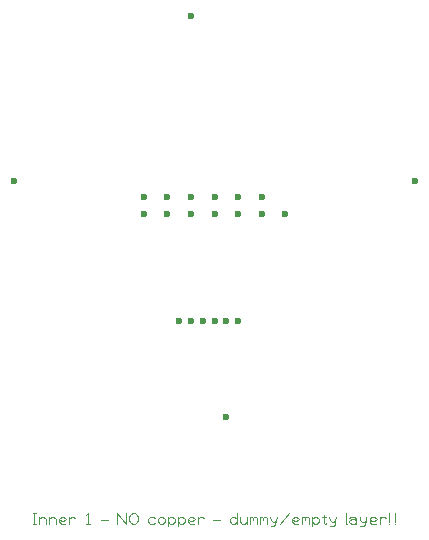
<source format=gbr>
G04 GENERATED BY PULSONIX 7.0 GERBER.DLL 4573*
%INHILLSTAR_30X30_EL_4LAYER_V1_0*%
%LNGERBER_INNER1*%
%FSLAX33Y33*%
%IPPOS*%
%LPD*%
%OFA0B0*%
%MOMM*%
%ADD21C,0.125*%
%ADD112C,0.600*%
X0Y0D02*
D02*
D21*
X116153Y103852D02*
X116447Y103852D01*
X116300D02*
X116300Y104734D01*
X116153D02*
X116447Y104734D01*
X116691Y103852D02*
X116691Y104440D01*
Y104219D02*
X116764Y104367D01*
X116911Y104440*
X117058*
X117205Y104367*
X117279Y104219*
Y103852*
X117541D02*
X117541Y104440D01*
Y104219D02*
X117614Y104367D01*
X117761Y104440*
X117908*
X118055Y104367*
X118129Y104219*
Y103852*
X118979Y103925D02*
X118905Y103852D01*
X118758*
X118611*
X118464Y103925*
X118391Y104072*
Y104293*
X118464Y104367*
X118611Y104440*
X118758*
X118905Y104367*
X118979Y104293*
Y104219*
X118905Y104146*
X118758Y104072*
X118611*
X118464Y104146*
X118391Y104219*
X119241Y103852D02*
X119241Y104440D01*
Y104219D02*
X119314Y104367D01*
X119461Y104440*
X119608*
X119755Y104367*
X120700Y103852D02*
X120994Y103852D01*
X120847D02*
X120847Y104734D01*
X120700Y104587*
X121941Y104146D02*
X122529Y104146D01*
X123328Y103852D02*
X123328Y104734D01*
X124063Y103852*
Y104734*
X124341Y104146D02*
X124341Y104440D01*
X124414Y104587*
X124488Y104661*
X124635Y104734*
X124782*
X124929Y104661*
X125002Y104587*
X125076Y104440*
Y104146*
X125002Y103999*
X124929Y103925*
X124782Y103852*
X124635*
X124488Y103925*
X124414Y103999*
X124341Y104146*
X126479Y104367D02*
X126332Y104440D01*
X126111*
X125964Y104367*
X125891Y104219*
Y104072*
X125964Y103925*
X126111Y103852*
X126332*
X126479Y103925*
X126741Y104072D02*
X126814Y103925D01*
X126961Y103852*
X127108*
X127255Y103925*
X127329Y104072*
Y104219*
X127255Y104367*
X127108Y104440*
X126961*
X126814Y104367*
X126741Y104219*
Y104072*
X127591Y104440D02*
X127591Y103631D01*
Y104072D02*
X127664Y103925D01*
X127811Y103852*
X127958*
X128105Y103925*
X128179Y104072*
Y104219*
X128105Y104367*
X127958Y104440*
X127811*
X127664Y104367*
X127591Y104219*
Y104072*
X128441Y104440D02*
X128441Y103631D01*
Y104072D02*
X128514Y103925D01*
X128661Y103852*
X128808*
X128955Y103925*
X129029Y104072*
Y104219*
X128955Y104367*
X128808Y104440*
X128661*
X128514Y104367*
X128441Y104219*
Y104072*
X129879Y103925D02*
X129805Y103852D01*
X129658*
X129511*
X129364Y103925*
X129291Y104072*
Y104293*
X129364Y104367*
X129511Y104440*
X129658*
X129805Y104367*
X129879Y104293*
Y104219*
X129805Y104146*
X129658Y104072*
X129511*
X129364Y104146*
X129291Y104219*
X130141Y103852D02*
X130141Y104440D01*
Y104219D02*
X130214Y104367D01*
X130361Y104440*
X130508*
X130655Y104367*
X131453Y104146D02*
X132041Y104146D01*
X133429Y104219D02*
X133355Y104367D01*
X133208Y104440*
X133061*
X132914Y104367*
X132841Y104219*
Y104072*
X132914Y103925*
X133061Y103852*
X133208*
X133355Y103925*
X133429Y104072*
Y103852D02*
X133429Y104734D01*
X133691Y104440D02*
X133691Y104072D01*
X133764Y103925*
X133911Y103852*
X134058*
X134205Y103925*
X134279Y104072*
Y104440D02*
X134279Y103852D01*
X134541D02*
X134541Y104440D01*
Y104367D02*
X134614Y104440D01*
X134761*
X134835Y104367*
Y104146*
Y104367D02*
X134908Y104440D01*
X135055*
X135129Y104367*
Y103852*
X135391D02*
X135391Y104440D01*
Y104367D02*
X135464Y104440D01*
X135611*
X135685Y104367*
Y104146*
Y104367D02*
X135758Y104440D01*
X135905*
X135979Y104367*
Y103852*
X136241Y104440D02*
X136314Y104146D01*
X136461Y103999*
X136608*
X136755Y104146*
X136829Y104440*
X136755Y104146D02*
X136682Y103852D01*
X136608Y103705*
X136461Y103631*
X136314Y103705*
X137091Y103852D02*
X137826Y104734D01*
X138691Y103925D02*
X138618Y103852D01*
X138471*
X138324*
X138177Y103925*
X138103Y104072*
Y104293*
X138177Y104367*
X138324Y104440*
X138471*
X138618Y104367*
X138691Y104293*
Y104219*
X138618Y104146*
X138471Y104072*
X138324*
X138177Y104146*
X138103Y104219*
X138953Y103852D02*
X138953Y104440D01*
Y104367D02*
X139027Y104440D01*
X139174*
X139247Y104367*
Y104146*
Y104367D02*
X139321Y104440D01*
X139468*
X139541Y104367*
Y103852*
X139803Y104440D02*
X139803Y103631D01*
Y104072D02*
X139877Y103925D01*
X140024Y103852*
X140171*
X140318Y103925*
X140391Y104072*
Y104219*
X140318Y104367*
X140171Y104440*
X140024*
X139877Y104367*
X139803Y104219*
Y104072*
X140653Y104440D02*
X140947Y104440D01*
X140800Y104587D02*
X140800Y103925D01*
X140874Y103852*
X140947*
X141021Y103925*
X141278Y104440D02*
X141352Y104146D01*
X141499Y103999*
X141646*
X141793Y104146*
X141866Y104440*
X141793Y104146D02*
X141719Y103852D01*
X141646Y103705*
X141499Y103631*
X141352Y103705*
X142739Y103852D02*
X142666Y103852D01*
Y104734*
X142978Y104367D02*
X143125Y104440D01*
X143346*
X143493Y104367*
X143566Y104219*
Y103999*
X143493Y103925*
X143346Y103852*
X143199*
X143052Y103925*
X142978Y103999*
Y104072*
X143052Y104146*
X143199Y104219*
X143346*
X143493Y104146*
X143566Y104072*
Y103999D02*
X143566Y103852D01*
X143828Y104440D02*
X143902Y104146D01*
X144049Y103999*
X144196*
X144343Y104146*
X144416Y104440*
X144343Y104146D02*
X144269Y103852D01*
X144196Y103705*
X144049Y103631*
X143902Y103705*
X145266Y103925D02*
X145193Y103852D01*
X145046*
X144899*
X144752Y103925*
X144678Y104072*
Y104293*
X144752Y104367*
X144899Y104440*
X145046*
X145193Y104367*
X145266Y104293*
Y104219*
X145193Y104146*
X145046Y104072*
X144899*
X144752Y104146*
X144678Y104219*
X145528Y103852D02*
X145528Y104440D01*
Y104219D02*
X145602Y104367D01*
X145749Y104440*
X145896*
X146043Y104367*
X146303Y103852D02*
X146304Y103853D01*
Y103999D02*
X146303Y104734D01*
X146841Y103852D02*
X146842Y103853D01*
Y103999D02*
X146841Y104734D01*
D02*
D112*
X114553Y132856D03*
X125553Y130106D03*
Y131506D03*
X127553Y130106D03*
Y131506D03*
X128553Y121006D03*
X129553D03*
Y130106D03*
Y131506D03*
Y146856D03*
X130553Y121006D03*
X131553D03*
Y130106D03*
Y131506D03*
X132553Y112856D03*
Y121006D03*
X133553D03*
Y130106D03*
Y131506D03*
X135553Y130106D03*
Y131506D03*
X137553Y130106D03*
X148553Y132856D03*
X0Y0D02*
M02*

</source>
